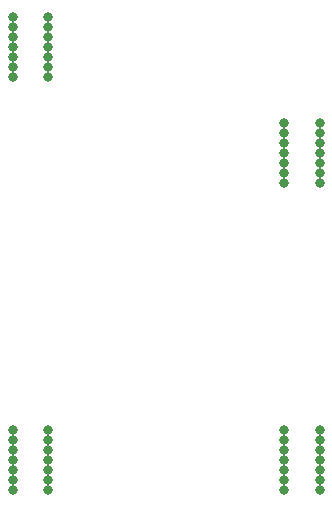
<source format=gbr>
%FSDAX33Y33*%
%MOMM*%
%SFA1.000B1.000*%

%MIA0B0*%
%IPPOS*%
%ADD166C,0.50100*%
%ADD167C,0.70100*%
%ADD240C,0.80100*%
%LNSM*%
%LPD*%
G54D166*
X041738Y042530D03*
X038738Y042530D03*
X041738Y043380D03*
X038738Y043380D03*
X041738Y041700D03*
X038738Y041700D03*
X041738Y040850D03*
X038738Y040850D03*
X041738Y040000D03*
X038738Y040000D03*
X041738Y044230D03*
X038738Y044230D03*
X041738Y045080D03*
X038738Y045080D03*
X041738Y007530D03*
X038738Y007530D03*
X041738Y008380D03*
X038738Y008380D03*
X041738Y006700D03*
X038738Y006700D03*
X041738Y005850D03*
X038738Y005850D03*
X041738Y005000D03*
X038738Y005000D03*
X041738Y009230D03*
X038738Y009230D03*
X041738Y010080D03*
X038738Y010080D03*
X064738Y007530D03*
X061738Y007530D03*
X064738Y008380D03*
X061738Y008380D03*
X064738Y006700D03*
X061738Y006700D03*
X064738Y005850D03*
X061738Y005850D03*
X064738Y005000D03*
X064738Y009230D03*
X061738Y009230D03*
X064738Y010080D03*
X061738Y010080D03*
X064738Y033530D03*
X061738Y033530D03*
X064738Y034380D03*
X061738Y034380D03*
X064738Y032700D03*
X061738Y032700D03*
X064738Y031850D03*
X061738Y031850D03*
X064738Y031000D03*
X061738Y031000D03*
X064738Y035230D03*
X061738Y035230D03*
X064738Y036080D03*
X061738Y036080D03*
G54D167*
X041738Y042530D03*
X038738Y042530D03*
X041738Y043380D03*
X038738Y043380D03*
X041738Y041700D03*
X038738Y041700D03*
X041738Y040850D03*
X038738Y040850D03*
X041738Y040000D03*
X038738Y040000D03*
X041738Y044230D03*
X038738Y044230D03*
X041738Y045080D03*
X038738Y045080D03*
X041738Y007530D03*
X038738Y007530D03*
X041738Y008380D03*
X038738Y008380D03*
X041738Y006700D03*
X038738Y006700D03*
X041738Y005850D03*
X038738Y005850D03*
X041738Y005000D03*
X038738Y005000D03*
X041738Y009230D03*
X038738Y009230D03*
X041738Y010080D03*
X038738Y010080D03*
X064738Y007530D03*
X061738Y007530D03*
X064738Y008380D03*
X061738Y008380D03*
X064738Y006700D03*
X061738Y006700D03*
X064738Y005850D03*
X061738Y005850D03*
X064738Y005000D03*
X064738Y009230D03*
X061738Y009230D03*
X064738Y010080D03*
X061738Y010080D03*
X064738Y033530D03*
X061738Y033530D03*
X064738Y034380D03*
X061738Y034380D03*
X064738Y032700D03*
X061738Y032700D03*
X064738Y031850D03*
X061738Y031850D03*
X064738Y031000D03*
X061738Y031000D03*
X064738Y035230D03*
X061738Y035230D03*
X064738Y036080D03*
X061738Y036080D03*
G54D240*
X041738Y042530D03*
X038738Y042530D03*
X041738Y043380D03*
X038738Y043380D03*
X041738Y041700D03*
X038738Y041700D03*
X041738Y040850D03*
X038738Y040850D03*
X041738Y040000D03*
X038738Y040000D03*
X041738Y044230D03*
X038738Y044230D03*
X041738Y045080D03*
X038738Y045080D03*
X041738Y007530D03*
X038738Y007530D03*
X041738Y008380D03*
X038738Y008380D03*
X041738Y006700D03*
X038738Y006700D03*
X041738Y005850D03*
X038738Y005850D03*
X041738Y005000D03*
X038738Y005000D03*
X041738Y009230D03*
X038738Y009230D03*
X041738Y010080D03*
X038738Y010080D03*
X064738Y007530D03*
X061738Y007530D03*
X064738Y008380D03*
X061738Y008380D03*
X064738Y006700D03*
X061738Y006700D03*
X064738Y005850D03*
X061738Y005850D03*
X064738Y005000D03*
X061738Y005000D03*
X064738Y009230D03*
X061738Y009230D03*
X064738Y010080D03*
X061738Y010080D03*
X064738Y033530D03*
X061738Y033530D03*
X064738Y034380D03*
X061738Y034380D03*
X064738Y032700D03*
X061738Y032700D03*
X064738Y031850D03*
X061738Y031850D03*
X064738Y031000D03*
X061738Y031000D03*
X064738Y035230D03*
X061738Y035230D03*
X064738Y036080D03*
X061738Y036080D03*
M02*

</source>
